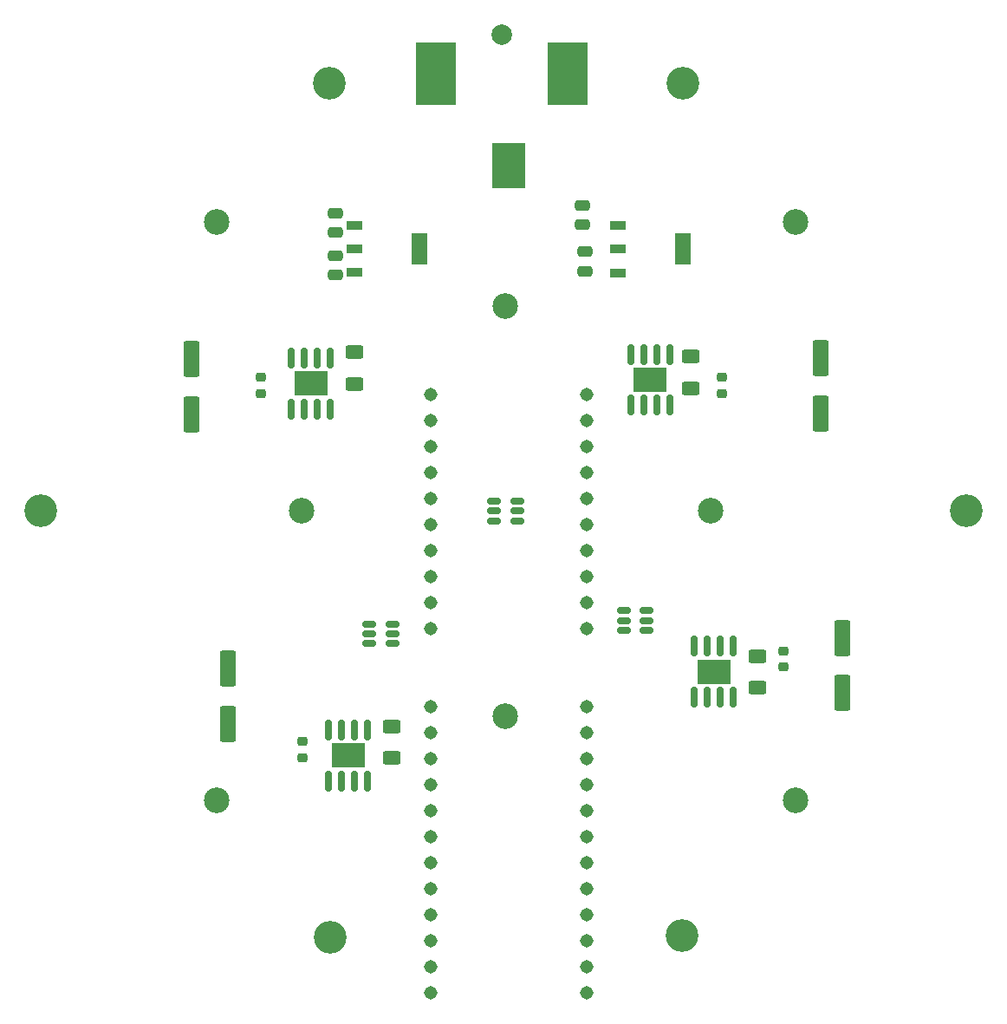
<source format=gbr>
%TF.GenerationSoftware,KiCad,Pcbnew,7.0.5*%
%TF.CreationDate,2023-06-16T10:57:35+02:00*%
%TF.ProjectId,maglev cv2,6d61676c-6576-4206-9376-322e6b696361,rev?*%
%TF.SameCoordinates,Original*%
%TF.FileFunction,Soldermask,Bot*%
%TF.FilePolarity,Negative*%
%FSLAX46Y46*%
G04 Gerber Fmt 4.6, Leading zero omitted, Abs format (unit mm)*
G04 Created by KiCad (PCBNEW 7.0.5) date 2023-06-16 10:57:35*
%MOMM*%
%LPD*%
G01*
G04 APERTURE LIST*
G04 Aperture macros list*
%AMRoundRect*
0 Rectangle with rounded corners*
0 $1 Rounding radius*
0 $2 $3 $4 $5 $6 $7 $8 $9 X,Y pos of 4 corners*
0 Add a 4 corners polygon primitive as box body*
4,1,4,$2,$3,$4,$5,$6,$7,$8,$9,$2,$3,0*
0 Add four circle primitives for the rounded corners*
1,1,$1+$1,$2,$3*
1,1,$1+$1,$4,$5*
1,1,$1+$1,$6,$7*
1,1,$1+$1,$8,$9*
0 Add four rect primitives between the rounded corners*
20,1,$1+$1,$2,$3,$4,$5,0*
20,1,$1+$1,$4,$5,$6,$7,0*
20,1,$1+$1,$6,$7,$8,$9,0*
20,1,$1+$1,$8,$9,$2,$3,0*%
G04 Aperture macros list end*
%ADD10RoundRect,0.250000X-0.550000X1.500000X-0.550000X-1.500000X0.550000X-1.500000X0.550000X1.500000X0*%
%ADD11RoundRect,0.150000X0.512500X0.150000X-0.512500X0.150000X-0.512500X-0.150000X0.512500X-0.150000X0*%
%ADD12C,1.308000*%
%ADD13RoundRect,0.225000X-0.250000X0.225000X-0.250000X-0.225000X0.250000X-0.225000X0.250000X0.225000X0*%
%ADD14RoundRect,0.250000X0.475000X-0.250000X0.475000X0.250000X-0.475000X0.250000X-0.475000X-0.250000X0*%
%ADD15RoundRect,0.250000X-0.625000X0.400000X-0.625000X-0.400000X0.625000X-0.400000X0.625000X0.400000X0*%
%ADD16C,2.500000*%
%ADD17RoundRect,0.150000X0.150000X-0.825000X0.150000X0.825000X-0.150000X0.825000X-0.150000X-0.825000X0*%
%ADD18R,3.300000X2.410000*%
%ADD19C,3.200000*%
%ADD20C,2.000000*%
%ADD21R,3.300000X4.400000*%
%ADD22R,3.900000X6.200000*%
%ADD23R,1.600200X0.838200*%
%ADD24R,1.600200X3.098800*%
%ADD25RoundRect,0.250000X-0.475000X0.250000X-0.475000X-0.250000X0.475000X-0.250000X0.475000X0.250000X0*%
G04 APERTURE END LIST*
D10*
%TO.C,C8*%
X119040000Y-120049126D03*
X119040000Y-114649126D03*
%TD*%
D11*
%TO.C,S2*%
X135137500Y-110300000D03*
X135137500Y-111250000D03*
X135137500Y-112200000D03*
X132862500Y-112200000D03*
X132862500Y-111250000D03*
X132862500Y-110300000D03*
%TD*%
%TO.C,S1*%
X157725000Y-109000000D03*
X157725000Y-109950000D03*
X157725000Y-110900000D03*
X160000000Y-110900000D03*
X160000000Y-109950000D03*
X160000000Y-109000000D03*
%TD*%
D12*
%TO.C,MC1*%
X154149481Y-143769185D03*
X154149481Y-141229185D03*
X154149481Y-138689185D03*
X154149481Y-136149185D03*
X154149481Y-110749185D03*
X138909481Y-141229185D03*
X154149481Y-133609185D03*
X154149481Y-131069185D03*
X154149481Y-128529185D03*
X154149481Y-125989185D03*
X154149481Y-123449185D03*
X154149481Y-120909185D03*
X154149481Y-118369185D03*
X138909481Y-118369185D03*
X138909481Y-120909185D03*
X138909481Y-123449185D03*
X138909481Y-125989185D03*
X138909481Y-128529185D03*
X138909481Y-131069185D03*
X138909481Y-133609185D03*
X138909481Y-136149185D03*
X138909481Y-138689185D03*
X154149481Y-108209185D03*
X154149481Y-105669185D03*
X154149481Y-103129185D03*
X154149481Y-100589185D03*
X154149481Y-98049185D03*
X154149481Y-95509185D03*
X154149481Y-92969185D03*
X154149481Y-90429185D03*
X154149481Y-87889185D03*
X138909481Y-87889185D03*
X138909481Y-90429185D03*
X138909481Y-92969185D03*
X138909481Y-95509185D03*
X138909481Y-98049185D03*
X138909481Y-100589185D03*
X138909481Y-103129185D03*
X138909481Y-105669185D03*
X138909481Y-108209185D03*
X154149481Y-146309185D03*
X138909481Y-110749185D03*
X138909481Y-143769185D03*
X138909481Y-146309185D03*
%TD*%
D11*
%TO.C,S3*%
X145063640Y-98300000D03*
X145063640Y-99250000D03*
X145063640Y-100200000D03*
X147338640Y-100200000D03*
X147338640Y-99250000D03*
X147338640Y-98300000D03*
%TD*%
D13*
%TO.C,C11*%
X126365000Y-123315976D03*
X126365000Y-121765976D03*
%TD*%
D14*
%TO.C,C1*%
X153708562Y-71291263D03*
X153708562Y-69391263D03*
%TD*%
D10*
%TO.C,C12*%
X179070000Y-111635000D03*
X179070000Y-117035000D03*
%TD*%
D15*
%TO.C,R1*%
X164317918Y-87275000D03*
X164317918Y-84175000D03*
%TD*%
D16*
%TO.C,PMAG*%
X174500000Y-71000000D03*
%TD*%
D14*
%TO.C,C4*%
X153982885Y-75839462D03*
X153982885Y-73939462D03*
%TD*%
D17*
%TO.C,M3*%
X129080000Y-89275000D03*
X127810000Y-89275000D03*
X126540000Y-89275000D03*
X125270000Y-89275000D03*
X125270000Y-84325000D03*
X126540000Y-84325000D03*
X127810000Y-84325000D03*
X129080000Y-84325000D03*
D18*
X127175000Y-86800000D03*
%TD*%
%TO.C,M4*%
X130810000Y-123125000D03*
D17*
X132715000Y-120650000D03*
X131445000Y-120650000D03*
X130175000Y-120650000D03*
X128905000Y-120650000D03*
X128905000Y-125600000D03*
X130175000Y-125600000D03*
X131445000Y-125600000D03*
X132715000Y-125600000D03*
%TD*%
D19*
%TO.C,REF\u002A\u002A*%
X191250000Y-99250000D03*
%TD*%
%TO.C,REF\u002A\u002A*%
X129077025Y-140852859D03*
%TD*%
D20*
%TO.C,J1*%
X145850000Y-52750000D03*
D21*
X146500000Y-65500000D03*
D22*
X139400000Y-56550000D03*
X152300000Y-56550000D03*
%TD*%
D10*
%TO.C,C14*%
X177000000Y-89700000D03*
X177000000Y-84300000D03*
%TD*%
D16*
%TO.C,PMAG*%
X118000000Y-127500000D03*
%TD*%
D19*
%TO.C,REF\u002A\u002A*%
X100750000Y-99250000D03*
%TD*%
D23*
%TO.C,U2*%
X157135990Y-76000000D03*
X157135990Y-73688600D03*
X157135990Y-71377200D03*
D24*
X163536790Y-73688600D03*
%TD*%
D10*
%TO.C,C10*%
X115500000Y-84400000D03*
X115500000Y-89800000D03*
%TD*%
D16*
%TO.C,PMAG*%
X174500000Y-127500000D03*
%TD*%
D19*
%TO.C,PMAG*%
X129000000Y-57500000D03*
%TD*%
D15*
%TO.C,R4*%
X135065000Y-123370000D03*
X135065000Y-120270000D03*
%TD*%
D16*
%TO.C,PMAG*%
X118000000Y-71000000D03*
%TD*%
D25*
%TO.C,C3*%
X129540000Y-70170000D03*
X129540000Y-72070000D03*
%TD*%
D16*
%TO.C,Sol*%
X146208951Y-79245847D03*
%TD*%
D17*
%TO.C,M2*%
X168465000Y-117410000D03*
X167195000Y-117410000D03*
X165925000Y-117410000D03*
X164655000Y-117410000D03*
X164655000Y-112460000D03*
X165925000Y-112460000D03*
X167195000Y-112460000D03*
X168465000Y-112460000D03*
D18*
X166560000Y-114935000D03*
%TD*%
D19*
%TO.C,REF\u002A\u002A*%
X163412036Y-140678157D03*
%TD*%
%TO.C,PMAG*%
X163500000Y-57500000D03*
%TD*%
D13*
%TO.C,C9*%
X122300000Y-86225000D03*
X122300000Y-87775000D03*
%TD*%
D15*
%TO.C,R2*%
X170815000Y-113420000D03*
X170815000Y-116520000D03*
%TD*%
D23*
%TO.C,U1*%
X131419600Y-75971400D03*
X131419600Y-73660000D03*
X131419600Y-71348600D03*
D24*
X137820400Y-73660000D03*
%TD*%
D16*
%TO.C,Sol*%
X126250000Y-99250000D03*
%TD*%
%TO.C,Sol*%
X146198475Y-119261890D03*
%TD*%
D18*
%TO.C,M1*%
X160317918Y-86425000D03*
D17*
X162222918Y-83950000D03*
X160952918Y-83950000D03*
X159682918Y-83950000D03*
X158412918Y-83950000D03*
X158412918Y-88900000D03*
X159682918Y-88900000D03*
X160952918Y-88900000D03*
X162222918Y-88900000D03*
%TD*%
D25*
%TO.C,C2*%
X129540000Y-74300000D03*
X129540000Y-76200000D03*
%TD*%
D16*
%TO.C,Sol*%
X166250000Y-99250000D03*
%TD*%
D15*
%TO.C,R3*%
X131400000Y-83750000D03*
X131400000Y-86850000D03*
%TD*%
D13*
%TO.C,C13*%
X173355000Y-112925000D03*
X173355000Y-114475000D03*
%TD*%
%TO.C,C15*%
X167312918Y-87775000D03*
X167312918Y-86225000D03*
%TD*%
M02*

</source>
